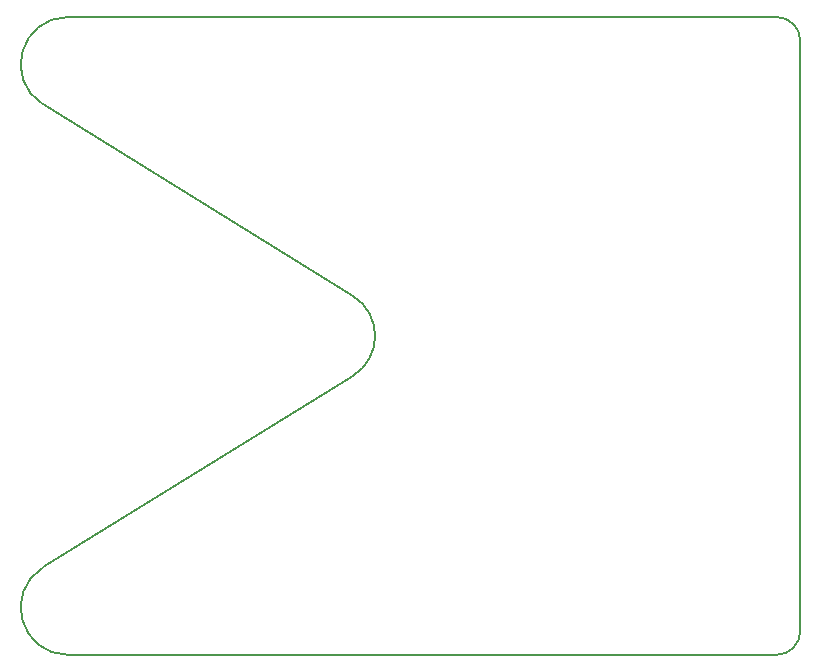
<source format=gbr>
%TF.GenerationSoftware,KiCad,Pcbnew,7.0.1*%
%TF.CreationDate,2023-04-03T11:52:18-04:00*%
%TF.ProjectId,panel-tester_arduino-uno,70616e65-6c2d-4746-9573-7465725f6172,rev?*%
%TF.SameCoordinates,Original*%
%TF.FileFunction,Profile,NP*%
%FSLAX46Y46*%
G04 Gerber Fmt 4.6, Leading zero omitted, Abs format (unit mm)*
G04 Created by KiCad (PCBNEW 7.0.1) date 2023-04-03 11:52:18*
%MOMM*%
%LPD*%
G01*
G04 APERTURE LIST*
%TA.AperFunction,Profile*%
%ADD10C,0.200000*%
%TD*%
G04 APERTURE END LIST*
D10*
X174850000Y-39050000D02*
X201055600Y-55244620D01*
X201055601Y-62049979D02*
G75*
G03*
X201055601Y-55244621I-2102800J3402679D01*
G01*
X201055600Y-62049980D02*
X174850000Y-78244600D01*
X174850023Y-78244606D02*
G75*
G03*
X176952800Y-85647300I2102777J-3402694D01*
G01*
X236952800Y-85647300D02*
X176952800Y-85647300D01*
X236952800Y-85647300D02*
G75*
G03*
X238952800Y-83647300I0J2000000D01*
G01*
X238952800Y-33647300D02*
X238952800Y-83647300D01*
X238952800Y-33647300D02*
G75*
G03*
X236952800Y-31647300I-2000000J0D01*
G01*
X176952800Y-31647300D02*
X236952800Y-31647300D01*
X176952800Y-31647301D02*
G75*
G03*
X174850023Y-39049993I0J-3999999D01*
G01*
M02*

</source>
